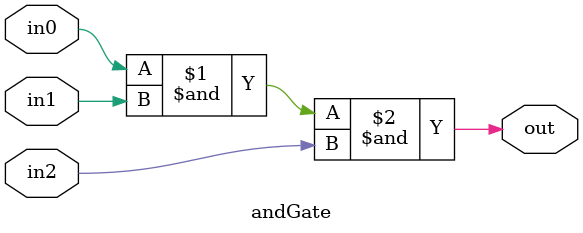
<source format=v>
module andGate(in0,in1,in2,out);
input in0,in1,in2;
output out;

assign out = in0&in1&in2;
endmodule
</source>
